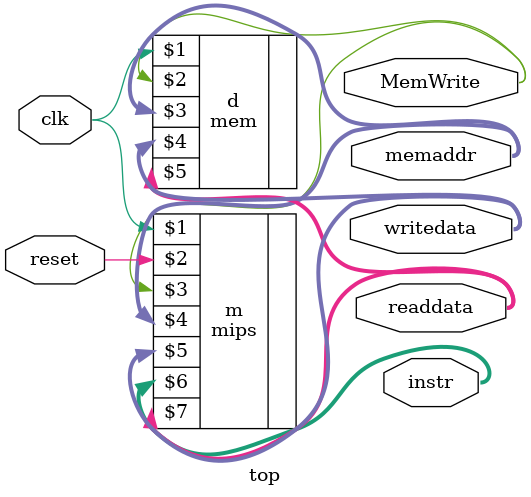
<source format=v>
module top (input clk, reset, output [63:0] writedata, memaddr, output MemWrite, output [63:0] readdata, instr);
    mips m(clk, reset, MemWrite, memaddr, writedata, instr, readdata);
    mem d(clk, MemWrite, memaddr, writedata, readdata);
endmodule
</source>
